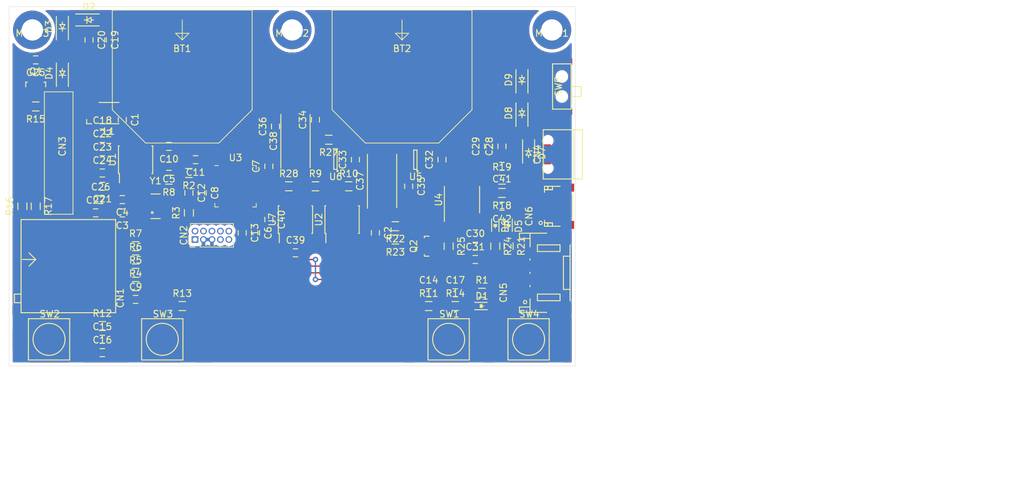
<source format=kicad_pcb>
(kicad_pcb (version 20171130) (host pcbnew 5.1.6-c6e7f7d~86~ubuntu18.04.1)
  (title_block (title snowfox-hw-business-card) (date 2020-05-06) (rev dev_0.1) (company generationmake))
  (layers (0 F.Cu signal) (31 B.Cu signal) (34 B.Paste user) (35 F.Paste user) (36 B.SilkS user) (37 F.SilkS user) (38 B.Mask user) (39 F.Mask user) (44 Edge.Cuts user))
  (net 0 "")
  (net 1 +3V3)
  (net 2 GND)
  (net 3 "Net-(D1-Pad2)")
  (net 4 "Net-(BT1-Pad2)")
  (net 5 "Net-(BT1-Pad1)")
  (net 6 /Microcontroller/XTAL_XI)
  (net 7 /Microcontroller/XTAL_XO)
  (net 8 +1V8)
  (net 9 /Microcontroller/PLL_AVDD)
  (net 10 /Microcontroller/PLL_AVSS)
  (net 11 /Microcontroller/BUTTON_A)
  (net 12 RESET)
  (net 13 /Microcontroller/WAKE)
  (net 14 /Microcontroller/BUTTON_B)
  (net 15 /Display/VGL)
  (net 16 "Net-(C20-Pad1)")
  (net 17 "Net-(C20-Pad2)")
  (net 18 /Display/VGH)
  (net 19 /Display/VDD)
  (net 20 /Display/VPP)
  (net 21 /Display/VSH1)
  (net 22 /Display/VSH2)
  (net 23 /Display/VSL)
  (net 24 /Display/VCOM)
  (net 25 VIN)
  (net 26 VIO)
  (net 27 VCC)
  (net 28 /Power/1V8_EN)
  (net 29 /NFC/ANTENNA)
  (net 30 /Microcontroller/SPI_MISO_R)
  (net 31 /Microcontroller/SPI_CLK_R)
  (net 32 /Microcontroller/SPI_MOSI_R)
  (net 33 /Microcontroller/SPI_CS_SD_R)
  (net 34 /Microcontroller/JTAG_TMS)
  (net 35 /Microcontroller/JTAG_TCK)
  (net 36 /Microcontroller/JTAG_TDO)
  (net 37 /Microcontroller/JTAG_TDI)
  (net 38 /Display/GDR)
  (net 39 /Display/RESE)
  (net 40 /Display/BSI)
  (net 41 DIS_BUSY)
  (net 42 DIS_RESET#)
  (net 43 DIS_D_C#)
  (net 44 SPI_CS_DIS)
  (net 45 SPI_CLK)
  (net 46 SPI_MOSI)
  (net 47 "Net-(D5-Pad2)")
  (net 48 "Net-(D6-Pad2)")
  (net 49 "Net-(D8-Pad2)")
  (net 50 "Net-(D9-Pad2)")
  (net 51 /USB/RTS)
  (net 52 /USB/RTS_R)
  (net 53 /Microcontroller/LED)
  (net 54 /Microcontroller/QSPI_CS)
  (net 55 /Microcontroller/SPI_CS_SD)
  (net 56 SPI_MISO)
  (net 57 I2C_SDA)
  (net 58 I2C_SCL)
  (net 59 /USB/TX_R)
  (net 60 TX)
  (net 61 /USB/RX_R)
  (net 62 RX)
  (net 63 VDD_CORE_EN)
  (net 64 NFC_BUSY)
  (net 65 /Microcontroller/QSPI_IO3)
  (net 66 /Microcontroller/QSPI_SCK)
  (net 67 /Microcontroller/QSPI_IO0)
  (net 68 /Microcontroller/QSPI_IO2)
  (net 69 /Microcontroller/QSPI_IO1)
  (net 70 /USB/USBDP)
  (net 71 /USB/USBDM)
  (net 72 /USB/RX_LED)
  (net 73 /USB/TX_LED)
  (net 74 /USB/USBDM_R)
  (net 75 /USB/USBDP_R)
  (net 76 /Microcontroller/EXT_RX)
  (net 77 /Microcontroller/EXT_TX)
  (module capacitors:C_0603 (layer F.Cu) (at 95 100 270)
    (fp_text reference C1 (at 0 -1.9 90) (layer F.SilkS))
    (fp_text value 100n)
    (pad 2 smd rect (at 0.75 0 270) (size 0.8 0.75) (layers F.Cu F.Paste F.Mask) (net 2 GND))
    (pad 1 smd rect (at -0.75 0 270) (size 0.8 0.75) (layers F.Cu F.Paste F.Mask) (net 1 +3V3))
  )
  (module capacitors:C_0603 (layer F.Cu) (at 133 117 270)
    (fp_text reference C2 (at 0 -1.9 90) (layer F.SilkS))
    (fp_text value 100n)
    (pad 1 smd rect (at -0.75 0 270) (size 0.8 0.75) (layers F.Cu F.Paste F.Mask) (net 1 +3V3))
    (pad 2 smd rect (at 0.75 0 270) (size 0.8 0.75) (layers F.Cu F.Paste F.Mask) (net 2 GND))
  )
  (module capacitors:C_0603 (layer F.Cu) (at 95 114 180)
    (fp_text reference C3 (at 0 -1.9) (layer F.SilkS))
    (fp_text value 15p)
    (pad 1 smd rect (at -0.75 0 180) (size 0.8 0.75) (layers F.Cu F.Paste F.Mask) (net 6 /Microcontroller/XTAL_XI))
    (pad 2 smd rect (at 0.75 0 180) (size 0.8 0.75) (layers F.Cu F.Paste F.Mask) (net 2 GND))
  )
  (module capacitors:C_0603 (layer F.Cu) (at 95 112 180)
    (fp_text reference C4 (at 0 -1.9) (layer F.SilkS))
    (fp_text value 15p)
    (pad 2 smd rect (at 0.75 0 180) (size 0.8 0.75) (layers F.Cu F.Paste F.Mask) (net 2 GND))
    (pad 1 smd rect (at -0.75 0 180) (size 0.8 0.75) (layers F.Cu F.Paste F.Mask) (net 7 /Microcontroller/XTAL_XO))
  )
  (module capacitors:C_0603 (layer F.Cu) (at 102 107 180)
    (fp_text reference C5 (at 0 -1.9) (layer F.SilkS))
    (fp_text value 10u)
    (pad 2 smd rect (at 0.75 0 180) (size 0.8 0.75) (layers F.Cu F.Paste F.Mask) (net 2 GND))
    (pad 1 smd rect (at -0.75 0 180) (size 0.8 0.75) (layers F.Cu F.Paste F.Mask) (net 8 +1V8))
  )
  (module capacitors:C_0603 (layer F.Cu) (at 115 117 270)
    (fp_text reference C6 (at 0 -1.9 90) (layer F.SilkS))
    (fp_text value 10u)
    (pad 2 smd rect (at 0.75 0 270) (size 0.8 0.75) (layers F.Cu F.Paste F.Mask) (net 2 GND))
    (pad 1 smd rect (at -0.75 0 270) (size 0.8 0.75) (layers F.Cu F.Paste F.Mask) (net 1 +3V3))
  )
  (module capacitors:C_0603 (layer F.Cu) (at 117 107 90)
    (fp_text reference C7 (at 0 -1.9 90) (layer F.SilkS))
    (fp_text value 100n)
    (pad 1 smd rect (at -0.75 0 90) (size 0.8 0.75) (layers F.Cu F.Paste F.Mask) (net 8 +1V8))
    (pad 2 smd rect (at 0.75 0 90) (size 0.8 0.75) (layers F.Cu F.Paste F.Mask) (net 2 GND))
  )
  (module capacitors:C_0603 (layer F.Cu) (at 107 111 270)
    (fp_text reference C8 (at 0 -1.9 90) (layer F.SilkS))
    (fp_text value 100n)
    (pad 1 smd rect (at -0.75 0 270) (size 0.8 0.75) (layers F.Cu F.Paste F.Mask) (net 9 /Microcontroller/PLL_AVDD))
    (pad 2 smd rect (at 0.75 0 270) (size 0.8 0.75) (layers F.Cu F.Paste F.Mask) (net 10 /Microcontroller/PLL_AVSS))
  )
  (module capacitors:C_0603 (layer F.Cu) (at 97 127)
    (fp_text reference C9 (at 0 -1.9) (layer F.SilkS))
    (fp_text value 100n)
    (pad 2 smd rect (at 0.75 0) (size 0.8 0.75) (layers F.Cu F.Paste F.Mask) (net 2 GND))
    (pad 1 smd rect (at -0.75 0) (size 0.8 0.75) (layers F.Cu F.Paste F.Mask) (net 1 +3V3))
  )
  (module capacitors:C_0603 (layer F.Cu) (at 102 104 180)
    (fp_text reference C10 (at 0 -1.9) (layer F.SilkS))
    (fp_text value 100n)
    (pad 1 smd rect (at -0.75 0 180) (size 0.8 0.75) (layers F.Cu F.Paste F.Mask) (net 1 +3V3))
    (pad 2 smd rect (at 0.75 0 180) (size 0.8 0.75) (layers F.Cu F.Paste F.Mask) (net 2 GND))
  )
  (module capacitors:C_0603 (layer F.Cu) (at 106 106 180)
    (fp_text reference C11 (at 0 -1.9) (layer F.SilkS))
    (fp_text value 100n)
    (pad 2 smd rect (at 0.75 0 180) (size 0.8 0.75) (layers F.Cu F.Paste F.Mask) (net 2 GND))
    (pad 1 smd rect (at -0.75 0 180) (size 0.8 0.75) (layers F.Cu F.Paste F.Mask) (net 8 +1V8))
  )
  (module capacitors:C_0603 (layer F.Cu) (at 105 111 270)
    (fp_text reference C12 (at 0 -1.9 90) (layer F.SilkS))
    (fp_text value 100n)
    (pad 2 smd rect (at 0.75 0 270) (size 0.8 0.75) (layers F.Cu F.Paste F.Mask) (net 10 /Microcontroller/PLL_AVSS))
    (pad 1 smd rect (at -0.75 0 270) (size 0.8 0.75) (layers F.Cu F.Paste F.Mask) (net 9 /Microcontroller/PLL_AVDD))
  )
  (module capacitors:C_0603 (layer F.Cu) (at 113 117 270)
    (fp_text reference C13 (at 0 -1.9 90) (layer F.SilkS))
    (fp_text value 100n)
    (pad 1 smd rect (at -0.75 0 270) (size 0.8 0.75) (layers F.Cu F.Paste F.Mask) (net 1 +3V3))
    (pad 2 smd rect (at 0.75 0 270) (size 0.8 0.75) (layers F.Cu F.Paste F.Mask) (net 2 GND))
  )
  (module capacitors:C_0603 (layer F.Cu) (at 141 126)
    (fp_text reference C14 (at 0 -1.9) (layer F.SilkS))
    (fp_text value 100n)
    (pad 1 smd rect (at -0.75 0) (size 0.8 0.75) (layers F.Cu F.Paste F.Mask) (net 11 /Microcontroller/BUTTON_A))
    (pad 2 smd rect (at 0.75 0) (size 0.8 0.75) (layers F.Cu F.Paste F.Mask) (net 2 GND))
  )
  (module capacitors:C_0603 (layer F.Cu) (at 92 133)
    (fp_text reference C15 (at 0 -1.9) (layer F.SilkS))
    (fp_text value 100n)
    (pad 1 smd rect (at -0.75 0) (size 0.8 0.75) (layers F.Cu F.Paste F.Mask) (net 12 RESET))
    (pad 2 smd rect (at 0.75 0) (size 0.8 0.75) (layers F.Cu F.Paste F.Mask) (net 2 GND))
  )
  (module capacitors:C_0603 (layer F.Cu) (at 92 135)
    (fp_text reference C16 (at 0 -1.9) (layer F.SilkS))
    (fp_text value 100n)
    (pad 2 smd rect (at 0.75 0) (size 0.8 0.75) (layers F.Cu F.Paste F.Mask) (net 2 GND))
    (pad 1 smd rect (at -0.75 0) (size 0.8 0.75) (layers F.Cu F.Paste F.Mask) (net 13 /Microcontroller/WAKE))
  )
  (module capacitors:C_0603 (layer F.Cu) (at 145 126)
    (fp_text reference C17 (at 0 -1.9) (layer F.SilkS))
    (fp_text value 100n)
    (pad 2 smd rect (at 0.75 0) (size 0.8 0.75) (layers F.Cu F.Paste F.Mask) (net 2 GND))
    (pad 1 smd rect (at -0.75 0) (size 0.8 0.75) (layers F.Cu F.Paste F.Mask) (net 14 /Microcontroller/BUTTON_B))
  )
  (module capacitors:C_0603 (layer F.Cu) (at 92 102)
    (fp_text reference C18 (at 0 -1.9) (layer F.SilkS))
    (fp_text value "1u 50V")
    (pad 2 smd rect (at 0.75 0) (size 0.8 0.75) (layers F.Cu F.Paste F.Mask) (net 2 GND))
    (pad 1 smd rect (at -0.75 0) (size 0.8 0.75) (layers F.Cu F.Paste F.Mask) (net 1 +3V3))
  )
  (module capacitors:C_0603 (layer F.Cu) (at 92 88 270)
    (fp_text reference C19 (at 0 -1.9 90) (layer F.SilkS))
    (fp_text value "1u 50V")
    (pad 1 smd rect (at -0.75 0 270) (size 0.8 0.75) (layers F.Cu F.Paste F.Mask) (net 15 /Display/VGL))
    (pad 2 smd rect (at 0.75 0 270) (size 0.8 0.75) (layers F.Cu F.Paste F.Mask) (net 2 GND))
  )
  (module capacitors:C_0603 (layer F.Cu) (at 90 88 270)
    (fp_text reference C20 (at 0 -1.9 90) (layer F.SilkS))
    (fp_text value "1u 50V")
    (pad 1 smd rect (at -0.75 0 270) (size 0.8 0.75) (layers F.Cu F.Paste F.Mask) (net 16 "Net-(C20-Pad1)"))
    (pad 2 smd rect (at 0.75 0 270) (size 0.8 0.75) (layers F.Cu F.Paste F.Mask) (net 17 "Net-(C20-Pad2)"))
  )
  (module capacitors:C_0603 (layer F.Cu) (at 92 110 180)
    (fp_text reference C21 (at 0 -1.9) (layer F.SilkS))
    (fp_text value "1u 50V")
    (pad 2 smd rect (at 0.75 0 180) (size 0.8 0.75) (layers F.Cu F.Paste F.Mask) (net 18 /Display/VGH))
    (pad 1 smd rect (at -0.75 0 180) (size 0.8 0.75) (layers F.Cu F.Paste F.Mask) (net 2 GND))
  )
  (module capacitors:C_0603 (layer F.Cu) (at 92 104)
    (fp_text reference C22 (at 0 -1.9) (layer F.SilkS))
    (fp_text value "1u 50V")
    (pad 1 smd rect (at -0.75 0) (size 0.8 0.75) (layers F.Cu F.Paste F.Mask) (net 19 /Display/VDD))
    (pad 2 smd rect (at 0.75 0) (size 0.8 0.75) (layers F.Cu F.Paste F.Mask) (net 2 GND))
  )
  (module capacitors:C_0603 (layer F.Cu) (at 92 106)
    (fp_text reference C23 (at 0 -1.9) (layer F.SilkS))
    (fp_text value "1u 50V")
    (pad 1 smd rect (at -0.75 0) (size 0.8 0.75) (layers F.Cu F.Paste F.Mask) (net 20 /Display/VPP))
    (pad 2 smd rect (at 0.75 0) (size 0.8 0.75) (layers F.Cu F.Paste F.Mask) (net 2 GND))
  )
  (module capacitors:C_0603 (layer F.Cu) (at 92 108)
    (fp_text reference C24 (at 0 -1.9) (layer F.SilkS))
    (fp_text value "1u 50V")
    (pad 2 smd rect (at 0.75 0) (size 0.8 0.75) (layers F.Cu F.Paste F.Mask) (net 2 GND))
    (pad 1 smd rect (at -0.75 0) (size 0.8 0.75) (layers F.Cu F.Paste F.Mask) (net 21 /Display/VSH1))
  )
  (module capacitors:C_0603 (layer F.Cu) (at 82 91 180)
    (fp_text reference C25 (at 0 -1.9) (layer F.SilkS))
    (fp_text value "1u 50V")
    (pad 2 smd rect (at 0.75 0 180) (size 0.8 0.75) (layers F.Cu F.Paste F.Mask) (net 2 GND))
    (pad 1 smd rect (at -0.75 0 180) (size 0.8 0.75) (layers F.Cu F.Paste F.Mask) (net 22 /Display/VSH2))
  )
  (module capacitors:C_0603 (layer F.Cu) (at 91.75 112)
    (fp_text reference C26 (at 0 -1.9) (layer F.SilkS))
    (fp_text value "1u 50V")
    (pad 1 smd rect (at -0.75 0) (size 0.8 0.75) (layers F.Cu F.Paste F.Mask) (net 23 /Display/VSL))
    (pad 2 smd rect (at 0.75 0) (size 0.8 0.75) (layers F.Cu F.Paste F.Mask) (net 2 GND))
  )
  (module capacitors:C_0603 (layer F.Cu) (at 91 114)
    (fp_text reference C27 (at 0 -1.9) (layer F.SilkS))
    (fp_text value "470n 50V")
    (pad 2 smd rect (at 0.75 0) (size 0.8 0.75) (layers F.Cu F.Paste F.Mask) (net 2 GND))
    (pad 1 smd rect (at -0.75 0) (size 0.8 0.75) (layers F.Cu F.Paste F.Mask) (net 24 /Display/VCOM))
  )
  (module capacitors:C_0603 (layer F.Cu) (at 152 104 90)
    (fp_text reference C28 (at 0 -1.9 90) (layer F.SilkS))
    (fp_text value 10u)
    (pad 1 smd rect (at -0.75 0 90) (size 0.8 0.75) (layers F.Cu F.Paste F.Mask) (net 25 VIN))
    (pad 2 smd rect (at 0.75 0 90) (size 0.8 0.75) (layers F.Cu F.Paste F.Mask) (net 2 GND))
  )
  (module capacitors:C_0603 (layer F.Cu) (at 150 104 90)
    (fp_text reference C29 (at 0 -1.9 90) (layer F.SilkS))
    (fp_text value 100n)
    (pad 2 smd rect (at 0.75 0 90) (size 0.8 0.75) (layers F.Cu F.Paste F.Mask) (net 2 GND))
    (pad 1 smd rect (at -0.75 0 90) (size 0.8 0.75) (layers F.Cu F.Paste F.Mask) (net 25 VIN))
  )
  (module capacitors:C_0603 (layer F.Cu) (at 148 119)
    (fp_text reference C30 (at 0 -1.9) (layer F.SilkS))
    (fp_text value 10u)
    (pad 2 smd rect (at 0.75 0) (size 0.8 0.75) (layers F.Cu F.Paste F.Mask) (net 2 GND))
    (pad 1 smd rect (at -0.75 0) (size 0.8 0.75) (layers F.Cu F.Paste F.Mask) (net 26 VIO))
  )
  (module capacitors:C_0603 (layer F.Cu) (at 148 121)
    (fp_text reference C31 (at 0 -1.9) (layer F.SilkS))
    (fp_text value 100n)
    (pad 1 smd rect (at -0.75 0) (size 0.8 0.75) (layers F.Cu F.Paste F.Mask) (net 26 VIO))
    (pad 2 smd rect (at 0.75 0) (size 0.8 0.75) (layers F.Cu F.Paste F.Mask) (net 2 GND))
  )
  (module capacitors:C_0603 (layer F.Cu) (at 143 106 90)
    (fp_text reference C32 (at 0 -1.9 90) (layer F.SilkS))
    (fp_text value 1u)
    (pad 1 smd rect (at -0.75 0 90) (size 0.8 0.75) (layers F.Cu F.Paste F.Mask) (net 27 VCC))
    (pad 2 smd rect (at 0.75 0 90) (size 0.8 0.75) (layers F.Cu F.Paste F.Mask) (net 2 GND))
  )
  (module capacitors:C_0603 (layer F.Cu) (at 130 106 90)
    (fp_text reference C33 (at 0 -1.9 90) (layer F.SilkS))
    (fp_text value 1u)
    (pad 1 smd rect (at -0.75 0 90) (size 0.8 0.75) (layers F.Cu F.Paste F.Mask) (net 1 +3V3))
    (pad 2 smd rect (at 0.75 0 90) (size 0.8 0.75) (layers F.Cu F.Paste F.Mask) (net 2 GND))
  )
  (module capacitors:C_0603 (layer F.Cu) (at 124 100 90)
    (fp_text reference C34 (at 0 -1.9 90) (layer F.SilkS))
    (fp_text value 1u)
    (pad 1 smd rect (at -0.75 0 90) (size 0.8 0.75) (layers F.Cu F.Paste F.Mask) (net 28 /Power/1V8_EN))
    (pad 2 smd rect (at 0.75 0 90) (size 0.8 0.75) (layers F.Cu F.Paste F.Mask) (net 2 GND))
  )
  (module capacitors:C_0603 (layer F.Cu) (at 138 110 270)
    (fp_text reference C35 (at 0 -1.9 90) (layer F.SilkS))
    (fp_text value 1u)
    (pad 2 smd rect (at 0.75 0 270) (size 0.8 0.75) (layers F.Cu F.Paste F.Mask) (net 2 GND))
    (pad 1 smd rect (at -0.75 0 270) (size 0.8 0.75) (layers F.Cu F.Paste F.Mask) (net 1 +3V3))
  )
  (module capacitors:C_0603 (layer F.Cu) (at 118 101 90)
    (fp_text reference C36 (at 0 -1.9 90) (layer F.SilkS))
    (fp_text value 1u)
    (pad 2 smd rect (at 0.75 0 90) (size 0.8 0.75) (layers F.Cu F.Paste F.Mask) (net 2 GND))
    (pad 1 smd rect (at -0.75 0 90) (size 0.8 0.75) (layers F.Cu F.Paste F.Mask) (net 8 +1V8))
  )
  (module capacitors:TantalC_SizeD_EIA-7343_Reflow (layer F.Cu) (at 134 109 90)
    (fp_text reference C37 (at -0.20066 -3.29946 90) (layer F.SilkS))
    (fp_text value 100u/6.3V)
    (pad 1 smd rect (at -3.12 0 90) (size 2.37 2.43) (layers F.Cu F.Paste F.Mask) (net 1 +3V3))
    (pad 2 smd rect (at 3.12 0 90) (size 2.37 2.43) (layers F.Cu F.Paste F.Mask) (net 2 GND))
  )
  (module capacitors:TantalC_SizeD_EIA-7343_Reflow (layer F.Cu) (at 121 103 90)
    (fp_text reference C38 (at -0.20066 -3.29946 90) (layer F.SilkS))
    (fp_text value 100u/6.3V)
    (pad 2 smd rect (at 3.12 0 90) (size 2.37 2.43) (layers F.Cu F.Paste F.Mask) (net 2 GND))
    (pad 1 smd rect (at -3.12 0 90) (size 2.37 2.43) (layers F.Cu F.Paste F.Mask) (net 8 +1V8))
  )
  (module capacitors:C_0603 (layer F.Cu) (at 121 120)
    (fp_text reference C39 (at 0 -1.9) (layer F.SilkS))
    (fp_text value DNI)
    (pad 2 smd rect (at 0.75 0) (size 0.8 0.75) (layers F.Cu F.Paste F.Mask) (net 29 /NFC/ANTENNA))
    (pad 1 smd rect (at -0.75 0) (size 0.8 0.75) (layers F.Cu F.Paste F.Mask) (net 29 /NFC/ANTENNA))
  )
  (module capacitors:C_0603 (layer F.Cu) (at 117 115 270)
    (fp_text reference C40 (at 0 -1.9 90) (layer F.SilkS))
    (fp_text value 100nF)
    (pad 1 smd rect (at -0.75 0 270) (size 0.8 0.75) (layers F.Cu F.Paste F.Mask) (net 1 +3V3))
    (pad 2 smd rect (at 0.75 0 270) (size 0.8 0.75) (layers F.Cu F.Paste F.Mask) (net 2 GND))
  )
  (module diodes:SOD-123 (layer F.Cu) (at 90 85)
    (fp_text reference D2 (at 0 -2) (layer F.SilkS))
    (fp_text value MBR0530)
    (pad 2 smd rect (at 1.635 0) (size 0.91 1.22) (layers F.Cu F.Paste F.Mask) (net 15 /Display/VGL))
    (pad 1 smd rect (at -1.635 0) (size 0.91 1.22) (layers F.Cu F.Paste F.Mask) (net 16 "Net-(C20-Pad1)"))
  )
  (module diodes:SOD-123 (layer F.Cu) (at 86 86 90)
    (fp_text reference D3 (at 0 -2 90) (layer F.SilkS))
    (fp_text value MBR0530)
    (pad 2 smd rect (at 1.635 0 90) (size 0.91 1.22) (layers F.Cu F.Paste F.Mask) (net 16 "Net-(C20-Pad1)"))
    (pad 1 smd rect (at -1.635 0 90) (size 0.91 1.22) (layers F.Cu F.Paste F.Mask) (net 2 GND))
  )
  (module diodes:SOD-123 (layer F.Cu) (at 86 93 90)
    (fp_text reference D4 (at 0 -2 90) (layer F.SilkS))
    (fp_text value MBR0530)
    (pad 1 smd rect (at -1.635 0 90) (size 0.91 1.22) (layers F.Cu F.Paste F.Mask) (net 18 /Display/VGH))
    (pad 2 smd rect (at 1.635 0 90) (size 0.91 1.22) (layers F.Cu F.Paste F.Mask) (net 17 "Net-(C20-Pad2)"))
  )
  (module LEDs:LED_0603 (layer F.Cu) (at 153 116 270)
    (fp_text reference D5 (at 0 -1.5 90) (layer F.SilkS))
    (fp_text value green)
    (pad 1 smd rect (at -0.7493 0 90) (size 0.79756 0.79756) (layers F.Cu F.Paste F.Mask) (net 72 /USB/RX_LED))
    (pad 2 smd rect (at 0.7493 0 90) (size 0.79756 0.79756) (layers F.Cu F.Paste F.Mask) (net 47 "Net-(D5-Pad2)"))
  )
  (module LEDs:LED_0603 (layer F.Cu) (at 151 116 270)
    (fp_text reference D6 (at 0 -1.5 90) (layer F.SilkS))
    (fp_text value red)
    (pad 2 smd rect (at 0.7493 0 90) (size 0.79756 0.79756) (layers F.Cu F.Paste F.Mask) (net 48 "Net-(D6-Pad2)"))
    (pad 1 smd rect (at -0.7493 0 90) (size 0.79756 0.79756) (layers F.Cu F.Paste F.Mask) (net 73 /USB/TX_LED))
  )
  (module diodes:SOD-123 (layer F.Cu) (at 156 105 270)
    (fp_text reference D7 (at 0 -2 90) (layer F.SilkS))
    (fp_text value MBR0530)
    (pad 2 smd rect (at 1.635 0 270) (size 0.91 1.22) (layers F.Cu F.Paste F.Mask) (net 25 VIN))
    (pad 1 smd rect (at -1.635 0 270) (size 0.91 1.22) (layers F.Cu F.Paste F.Mask) (net 27 VCC))
  )
  (module diodes:SOD-123 (layer F.Cu) (at 155 99 90)
    (fp_text reference D8 (at 0 -2 90) (layer F.SilkS))
    (fp_text value 1N4148)
    (pad 1 smd rect (at -1.635 0 90) (size 0.91 1.22) (layers F.Cu F.Paste F.Mask) (net 27 VCC))
    (pad 2 smd rect (at 1.635 0 90) (size 0.91 1.22) (layers F.Cu F.Paste F.Mask) (net 49 "Net-(D8-Pad2)"))
  )
  (module diodes:SOD-123 (layer F.Cu) (at 155 94 90)
    (fp_text reference D9 (at 0 -2 90) (layer F.SilkS))
    (fp_text value 1N4148)
    (pad 1 smd rect (at -1.635 0 90) (size 0.91 1.22) (layers F.Cu F.Paste F.Mask) (net 49 "Net-(D8-Pad2)"))
    (pad 2 smd rect (at 1.635 0 90) (size 0.91 1.22) (layers F.Cu F.Paste F.Mask) (net 50 "Net-(D9-Pad2)"))
  )
  (module inductors:Inductor_1212 (layer F.Cu) (at 93 99)
    (fp_text reference L1 (at 0 2.75) (layer F.SilkS))
    (fp_text value INDUCTOR_SMALL)
    (pad 1 smd rect (at -1.75 0) (size 2.5 2.5) (layers F.Cu F.Paste F.Mask) (net 1 +3V3))
    (pad 2 smd rect (at 1.75 0) (size 2.5 2.5) (layers F.Cu F.Paste F.Mask) (net 17 "Net-(C20-Pad2)"))
  )
  (module CON_wuerth:WE_629105136821 (layer F.Cu) (at 158 105.2 90)
    (fp_text reference CN4 (at 0 -0.7 90) (layer F.SilkS))
    (fp_text value USB_OTG)
    (pad 5 smd rect (at 1.3 0.675 90) (size 0.4 1.35) (layers F.Cu F.Paste F.Mask) (net 2 GND))
    (pad 3 smd rect (at 0 0.675 90) (size 0.4 1.35) (layers F.Cu F.Paste F.Mask) (net 70 /USB/USBDP))
    (pad 4 smd rect (at 0.65 0.675 90) (size 0.4 1.35) (layers F.Cu F.Paste F.Mask))
    (pad 2 smd rect (at -0.65 0.675 90) (size 0.4 1.35) (layers F.Cu F.Paste F.Mask) (net 71 /USB/USBDM))
    (pad 1 smd rect (at -1.3 0.675 90) (size 0.4 1.35) (layers F.Cu F.Paste F.Mask) (net 25 VIN))
    (pad 6 smd rect (at -4 3.35 90) (size 1.8 1.9) (layers F.Cu F.Paste F.Mask) (net 2 GND))
    (pad 6 smd rect (at 4 3.35 90) (size 1.8 1.9) (layers F.Cu F.Paste F.Mask) (net 2 GND))
    (pad 6 smd rect (at -1.2 3.35 90) (size 1.9 1.9) (layers F.Cu F.Paste F.Mask) (net 2 GND))
    (pad 6 smd rect (at 1.2 3.35 90) (size 1.9 1.9) (layers F.Cu F.Paste F.Mask) (net 2 GND))
    (pad "" np_thru_hole circle (at 2.075 0.9 90) (size 0.7 0.7) (drill 0.7) (layers *.Cu *.Mask))
    (pad "" np_thru_hole circle (at -2.075 0.9 90) (size 0.7 0.7) (drill 0.7) (layers *.Cu *.Mask))
  )
  (module SOT_TO:SOT-23 (layer F.Cu) (at 82 95)
    (fp_text reference Q1 (at 0 -2.25) (layer F.SilkS))
    (fp_text value SI1304BDL)
    (pad 1 smd rect (at -0.95 1.00076) (size 0.8001 0.8001) (layers F.Cu F.Paste F.Mask) (net 38 /Display/GDR))
    (pad 2 smd rect (at 0.95 1.00076) (size 0.8001 0.8001) (layers F.Cu F.Paste F.Mask) (net 39 /Display/RESE))
    (pad 3 smd rect (at 0 -0.99822) (size 0.8001 0.8001) (layers F.Cu F.Paste F.Mask) (net 17 "Net-(C20-Pad2)"))
  )
  (module SOT_TO:SOT-23 (layer F.Cu) (at 141 119 90)
    (fp_text reference Q2 (at 0 -2.25 90) (layer F.SilkS))
    (fp_text value BC847)
    (pad 1 smd rect (at -0.95 1.00076 90) (size 0.8001 0.8001) (layers F.Cu F.Paste F.Mask) (net 52 /USB/RTS_R))
    (pad 2 smd rect (at 0.95 1.00076 90) (size 0.8001 0.8001) (layers F.Cu F.Paste F.Mask) (net 2 GND))
    (pad 3 smd rect (at 0 -0.99822 90) (size 0.8001 0.8001) (layers F.Cu F.Paste F.Mask) (net 12 RESET))
  )
  (module resistors:R_0603 (layer F.Cu) (at 105 108 180)
    (fp_text reference R2 (at 0 -1.9) (layer F.SilkS))
    (fp_text value 100k)
    (pad 2 smd rect (at 0.75 0 180) (size 0.5 0.9) (layers F.Cu F.Paste F.Mask) (net 1 +3V3))
    (pad 1 smd rect (at -0.75 0 180) (size 0.5 0.9) (layers F.Cu F.Paste F.Mask) (net 54 /Microcontroller/QSPI_CS))
  )
  (module resistors:R_0603 (layer F.Cu) (at 105 114 90)
    (fp_text reference R3 (at 0 -1.9 90) (layer F.SilkS))
    (fp_text value 1M)
    (pad 2 smd rect (at 0.75 0 90) (size 0.5 0.9) (layers F.Cu F.Paste F.Mask) (net 7 /Microcontroller/XTAL_XO))
    (pad 1 smd rect (at -0.75 0 90) (size 0.5 0.9) (layers F.Cu F.Paste F.Mask) (net 6 /Microcontroller/XTAL_XI))
  )
  (module resistors:R_0603 (layer F.Cu) (at 97 125)
    (fp_text reference R4 (at 0 -1.9) (layer F.SilkS))
    (fp_text value 100R)
    (pad 2 smd rect (at 0.75 0) (size 0.5 0.9) (layers F.Cu F.Paste F.Mask) (net 55 /Microcontroller/SPI_CS_SD))
    (pad 1 smd rect (at -0.75 0) (size 0.5 0.9) (layers F.Cu F.Paste F.Mask) (net 33 /Microcontroller/SPI_CS_SD_R))
  )
  (module resistors:R_0603 (layer F.Cu) (at 97 123)
    (fp_text reference R5 (at 0 -1.9) (layer F.SilkS))
    (fp_text value 100R)
    (pad 1 smd rect (at -0.75 0) (size 0.5 0.9) (layers F.Cu F.Paste F.Mask) (net 32 /Microcontroller/SPI_MOSI_R))
    (pad 2 smd rect (at 0.75 0) (size 0.5 0.9) (layers F.Cu F.Paste F.Mask) (net 46 SPI_MOSI))
  )
  (module resistors:R_0603 (layer F.Cu) (at 97 121)
    (fp_text reference R6 (at 0 -1.9) (layer F.SilkS))
    (fp_text value 100R)
    (pad 1 smd rect (at -0.75 0) (size 0.5 0.9) (layers F.Cu F.Paste F.Mask) (net 31 /Microcontroller/SPI_CLK_R))
    (pad 2 smd rect (at 0.75 0) (size 0.5 0.9) (layers F.Cu F.Paste F.Mask) (net 45 SPI_CLK))
  )
  (module resistors:R_0603 (layer F.Cu) (at 97 119)
    (fp_text reference R7 (at 0 -1.9) (layer F.SilkS))
    (fp_text value 100R)
    (pad 2 smd rect (at 0.75 0) (size 0.5 0.9) (layers F.Cu F.Paste F.Mask) (net 56 SPI_MISO))
    (pad 1 smd rect (at -0.75 0) (size 0.5 0.9) (layers F.Cu F.Paste F.Mask) (net 30 /Microcontroller/SPI_MISO_R))
  )
  (module resistors:R_0603 (layer F.Cu) (at 102 109 180)
    (fp_text reference R8 (at 0 -1.9) (layer F.SilkS))
    (fp_text value 100)
    (pad 2 smd rect (at 0.75 0 180) (size 0.5 0.9) (layers F.Cu F.Paste F.Mask) (net 8 +1V8))
    (pad 1 smd rect (at -0.75 0 180) (size 0.5 0.9) (layers F.Cu F.Paste F.Mask) (net 9 /Microcontroller/PLL_AVDD))
  )
  (module resistors:R_0603 (layer F.Cu) (at 124 110)
    (fp_text reference R9 (at 0 -1.9) (layer F.SilkS))
    (fp_text value 10k)
    (pad 1 smd rect (at -0.75 0) (size 0.5 0.9) (layers F.Cu F.Paste F.Mask) (net 57 I2C_SDA))
    (pad 2 smd rect (at 0.75 0) (size 0.5 0.9) (layers F.Cu F.Paste F.Mask) (net 1 +3V3))
  )
  (module resistors:R_0603 (layer F.Cu) (at 129 110)
    (fp_text reference R10 (at 0 -1.9) (layer F.SilkS))
    (fp_text value 10k)
    (pad 2 smd rect (at 0.75 0) (size 0.5 0.9) (layers F.Cu F.Paste F.Mask) (net 1 +3V3))
    (pad 1 smd rect (at -0.75 0) (size 0.5 0.9) (layers F.Cu F.Paste F.Mask) (net 58 I2C_SCL))
  )
  (module resistors:R_0603 (layer F.Cu) (at 141 128)
    (fp_text reference R11 (at 0 -1.9) (layer F.SilkS))
    (fp_text value 10k)
    (pad 2 smd rect (at 0.75 0) (size 0.5 0.9) (layers F.Cu F.Paste F.Mask) (net 1 +3V3))
    (pad 1 smd rect (at -0.75 0) (size 0.5 0.9) (layers F.Cu F.Paste F.Mask) (net 11 /Microcontroller/BUTTON_A))
  )
  (module resistors:R_0603 (layer F.Cu) (at 92 131)
    (fp_text reference R12 (at 0 -1.9) (layer F.SilkS))
    (fp_text value 10k)
    (pad 2 smd rect (at 0.75 0) (size 0.5 0.9) (layers F.Cu F.Paste F.Mask) (net 1 +3V3))
    (pad 1 smd rect (at -0.75 0) (size 0.5 0.9) (layers F.Cu F.Paste F.Mask) (net 12 RESET))
  )
  (module resistors:R_0603 (layer F.Cu) (at 104 128)
    (fp_text reference R13 (at 0 -1.9) (layer F.SilkS))
    (fp_text value 10k)
    (pad 2 smd rect (at 0.75 0) (size 0.5 0.9) (layers F.Cu F.Paste F.Mask) (net 1 +3V3))
    (pad 1 smd rect (at -0.75 0) (size 0.5 0.9) (layers F.Cu F.Paste F.Mask) (net 13 /Microcontroller/WAKE))
  )
  (module resistors:R_0603 (layer F.Cu) (at 145 128)
    (fp_text reference R14 (at 0 -1.9) (layer F.SilkS))
    (fp_text value 10k)
    (pad 2 smd rect (at 0.75 0) (size 0.5 0.9) (layers F.Cu F.Paste F.Mask) (net 1 +3V3))
    (pad 1 smd rect (at -0.75 0) (size 0.5 0.9) (layers F.Cu F.Paste F.Mask) (net 14 /Microcontroller/BUTTON_B))
  )
  (module resistors:R_0603 (layer F.Cu) (at 82 98 180)
    (fp_text reference R15 (at 0 -1.9) (layer F.SilkS))
    (fp_text value 2R2)
    (pad 2 smd rect (at 0.75 0 180) (size 0.5 0.9) (layers F.Cu F.Paste F.Mask) (net 2 GND))
    (pad 1 smd rect (at -0.75 0 180) (size 0.5 0.9) (layers F.Cu F.Paste F.Mask) (net 39 /Display/RESE))
  )
  (module resistors:R_0603 (layer F.Cu) (at 80 113 90)
    (fp_text reference R16 (at 0 -1.9 90) (layer F.SilkS))
    (fp_text value DNI)
    (pad 2 smd rect (at 0.75 0 90) (size 0.5 0.9) (layers F.Cu F.Paste F.Mask) (net 40 /Display/BSI))
    (pad 1 smd rect (at -0.75 0 90) (size 0.5 0.9) (layers F.Cu F.Paste F.Mask) (net 1 +3V3))
  )
  (module resistors:R_0603 (layer F.Cu) (at 82 113 270)
    (fp_text reference R17 (at 0 -1.9 90) (layer F.SilkS))
    (fp_text value 0R)
    (pad 2 smd rect (at 0.75 0 270) (size 0.5 0.9) (layers F.Cu F.Paste F.Mask) (net 2 GND))
    (pad 1 smd rect (at -0.75 0 270) (size 0.5 0.9) (layers F.Cu F.Paste F.Mask) (net 40 /Display/BSI))
  )
  (module resistors:R_0603 (layer F.Cu) (at 152 111 180)
    (fp_text reference R18 (at 0 -1.9) (layer F.SilkS))
    (fp_text value 27R)
    (pad 1 smd rect (at -0.75 0 180) (size 0.5 0.9) (layers F.Cu F.Paste F.Mask) (net 71 /USB/USBDM))
    (pad 2 smd rect (at 0.75 0 180) (size 0.5 0.9) (layers F.Cu F.Paste F.Mask) (net 74 /USB/USBDM_R))
  )
  (module resistors:R_0603 (layer F.Cu) (at 152 109)
    (fp_text reference R19 (at 0 -1.9) (layer F.SilkS))
    (fp_text value 27R)
    (pad 1 smd rect (at -0.75 0) (size 0.5 0.9) (layers F.Cu F.Paste F.Mask) (net 75 /USB/USBDP_R))
    (pad 2 smd rect (at 0.75 0) (size 0.5 0.9) (layers F.Cu F.Paste F.Mask) (net 70 /USB/USBDP))
  )
  (module resistors:R_0603 (layer F.Cu) (at 153 119 270)
    (fp_text reference R21 (at 0 -1.9 90) (layer F.SilkS))
    (fp_text value 1k)
    (pad 1 smd rect (at -0.75 0 270) (size 0.5 0.9) (layers F.Cu F.Paste F.Mask) (net 47 "Net-(D5-Pad2)"))
    (pad 2 smd rect (at 0.75 0 270) (size 0.5 0.9) (layers F.Cu F.Paste F.Mask) (net 26 VIO))
  )
  (module resistors:R_0603 (layer F.Cu) (at 136 116 180)
    (fp_text reference R22 (at 0 -1.9) (layer F.SilkS))
    (fp_text value 100R)
    (pad 1 smd rect (at -0.75 0 180) (size 0.5 0.9) (layers F.Cu F.Paste F.Mask) (net 59 /USB/TX_R))
    (pad 2 smd rect (at 0.75 0 180) (size 0.5 0.9) (layers F.Cu F.Paste F.Mask) (net 60 TX))
  )
  (module resistors:R_0603 (layer F.Cu) (at 136 118 180)
    (fp_text reference R23 (at 0 -1.9) (layer F.SilkS))
    (fp_text value 100R)
    (pad 1 smd rect (at -0.75 0 180) (size 0.5 0.9) (layers F.Cu F.Paste F.Mask) (net 61 /USB/RX_R))
    (pad 2 smd rect (at 0.75 0 180) (size 0.5 0.9) (layers F.Cu F.Paste F.Mask) (net 62 RX))
  )
  (module resistors:R_0603 (layer F.Cu) (at 151 119 270)
    (fp_text reference R24 (at 0 -1.9 90) (layer F.SilkS))
    (fp_text value 1k)
    (pad 1 smd rect (at -0.75 0 270) (size 0.5 0.9) (layers F.Cu F.Paste F.Mask) (net 48 "Net-(D6-Pad2)"))
    (pad 2 smd rect (at 0.75 0 270) (size 0.5 0.9) (layers F.Cu F.Paste F.Mask) (net 26 VIO))
  )
  (module resistors:R_0603 (layer F.Cu) (at 144 119 270)
    (fp_text reference R25 (at 0 -1.9 90) (layer F.SilkS))
    (fp_text value 10k)
    (pad 1 smd rect (at -0.75 0 270) (size 0.5 0.9) (layers F.Cu F.Paste F.Mask) (net 51 /USB/RTS))
    (pad 2 smd rect (at 0.75 0 270) (size 0.5 0.9) (layers F.Cu F.Paste F.Mask) (net 52 /USB/RTS_R))
  )
  (module resistors:R_0603 (layer F.Cu) (at 126 103 180)
    (fp_text reference R27 (at 0 -1.9) (layer F.SilkS))
    (fp_text value 150k)
    (pad 1 smd rect (at -0.75 0 180) (size 0.5 0.9) (layers F.Cu F.Paste F.Mask) (net 28 /Power/1V8_EN))
    (pad 2 smd rect (at 0.75 0 180) (size 0.5 0.9) (layers F.Cu F.Paste F.Mask) (net 63 VDD_CORE_EN))
  )
  (module resistors:R_0603 (layer F.Cu) (at 120 110)
    (fp_text reference R28 (at 0 -1.9) (layer F.SilkS))
    (fp_text value 10k)
    (pad 1 smd rect (at -0.75 0) (size 0.5 0.9) (layers F.Cu F.Paste F.Mask) (net 1 +3V3))
    (pad 2 smd rect (at 0.75 0) (size 0.5 0.9) (layers F.Cu F.Paste F.Mask) (net 64 NFC_BUSY))
  )
  (module mechanical-switches:WE_430182050816 (layer F.Cu) (at 144 133)
    (fp_text reference SW1 (at 0.1 -3.8) (layer F.SilkS))
    (fp_text value TAST_VER)
    (pad 4 smd rect (at 4 2.25) (size 1.55 1.3) (layers F.Cu F.Paste F.Mask) (net 2 GND))
    (pad 3 smd rect (at 4 -2.25) (size 1.55 1.3) (layers F.Cu F.Paste F.Mask) (net 11 /Microcontroller/BUTTON_A))
    (pad 2 smd rect (at -4 2.25) (size 1.55 1.3) (layers F.Cu F.Paste F.Mask) (net 2 GND))
    (pad 1 smd rect (at -4 -2.25) (size 1.55 1.3) (layers F.Cu F.Paste F.Mask) (net 11 /Microcontroller/BUTTON_A))
  )
  (module mechanical-switches:WE_430182050816 (layer F.Cu) (at 84 133)
    (fp_text reference SW2 (at 0.1 -3.8) (layer F.SilkS))
    (fp_text value TAST_VER)
    (pad 1 smd rect (at -4 -2.25) (size 1.55 1.3) (layers F.Cu F.Paste F.Mask) (net 12 RESET))
    (pad 2 smd rect (at -4 2.25) (size 1.55 1.3) (layers F.Cu F.Paste F.Mask) (net 2 GND))
    (pad 3 smd rect (at 4 -2.25) (size 1.55 1.3) (layers F.Cu F.Paste F.Mask) (net 12 RESET))
    (pad 4 smd rect (at 4 2.25) (size 1.55 1.3) (layers F.Cu F.Paste F.Mask) (net 2 GND))
  )
  (module mechanical-switches:WE_430182050816 (layer F.Cu) (at 101 133)
    (fp_text reference SW3 (at 0.1 -3.8) (layer F.SilkS))
    (fp_text value TAST_VER)
    (pad 4 smd rect (at 4 2.25) (size 1.55 1.3) (layers F.Cu F.Paste F.Mask) (net 2 GND))
    (pad 3 smd rect (at 4 -2.25) (size 1.55 1.3) (layers F.Cu F.Paste F.Mask) (net 13 /Microcontroller/WAKE))
    (pad 2 smd rect (at -4 2.25) (size 1.55 1.3) (layers F.Cu F.Paste F.Mask) (net 2 GND))
    (pad 1 smd rect (at -4 -2.25) (size 1.55 1.3) (layers F.Cu F.Paste F.Mask) (net 13 /Microcontroller/WAKE))
  )
  (module mechanical-switches:WE_430182050816 (layer F.Cu) (at 156 133)
    (fp_text reference SW4 (at 0.1 -3.8) (layer F.SilkS))
    (fp_text value TAST_VER)
    (pad 1 smd rect (at -4 -2.25) (size 1.55 1.3) (layers F.Cu F.Paste F.Mask) (net 14 /Microcontroller/BUTTON_B))
    (pad 2 smd rect (at -4 2.25) (size 1.55 1.3) (layers F.Cu F.Paste F.Mask) (net 2 GND))
    (pad 3 smd rect (at 4 -2.25) (size 1.55 1.3) (layers F.Cu F.Paste F.Mask) (net 14 /Microcontroller/BUTTON_B))
    (pad 4 smd rect (at 4 2.25) (size 1.55 1.3) (layers F.Cu F.Paste F.Mask) (net 2 GND))
  )
  (module mechanical-switches:WE_450404015514 (layer F.Cu) (at 161 95 270)
    (fp_text reference SW5 (at 0 0.5 90) (layer F.SilkS))
    (fp_text value SWITCH_INV)
    (pad 3 smd rect (at -2.25 2.05 270) (size 0.7 1.1) (layers F.Cu F.Paste F.Mask))
    (pad 2 smd rect (at -0.75 2.05 270) (size 0.7 1.1) (layers F.Cu F.Paste F.Mask) (net 50 "Net-(D9-Pad2)"))
    (pad 1 smd rect (at 2.25 2.05 270) (size 0.7 1.1) (layers F.Cu F.Paste F.Mask) (net 5 "Net-(BT1-Pad1)"))
    (pad 0 smd rect (at -3.75 -1.15 270) (size 1 0.8) (layers F.Cu F.Paste F.Mask))
    (pad 0 smd rect (at 3.75 -1.15 270) (size 1 0.8) (layers F.Cu F.Paste F.Mask))
    (pad 0 smd rect (at -3.75 1.15 270) (size 1 0.8) (layers F.Cu F.Paste F.Mask))
    (pad 0 smd rect (at 3.75 1.15 270) (size 1 0.8) (layers F.Cu F.Paste F.Mask))
    (pad "" np_thru_hole circle (at 1.5 0 270) (size 0.9 0.9) (drill 0.9) (layers *.Cu *.Mask))
    (pad "" np_thru_hole circle (at -1.5 0 270) (size 0.9 0.9) (drill 0.9) (layers *.Cu *.Mask))
  )
  (module SOIC:SOIC-8_3.9x4.9mm_Pitch1.27mm (layer F.Cu) (at 97 106 90)
    (fp_text reference U1 (at 0 -3.4925 270) (layer F.SilkS))
    (fp_text value W25Q80D)
    (pad 8 smd rect (at 2.6955 -1.9085 90) (size 1.55 0.6) (layers F.Cu F.Paste F.Mask) (net 1 +3V3))
    (pad 7 smd rect (at 2.6955 -0.6385 90) (size 1.55 0.6) (layers F.Cu F.Paste F.Mask) (net 65 /Microcontroller/QSPI_IO3))
    (pad 6 smd rect (at 2.6955 0.6315 90) (size 1.55 0.6) (layers F.Cu F.Paste F.Mask) (net 66 /Microcontroller/QSPI_SCK))
    (pad 5 smd rect (at 2.6955 1.9015 90) (size 1.55 0.6) (layers F.Cu F.Paste F.Mask) (net 67 /Microcontroller/QSPI_IO0))
    (pad 4 smd rect (at -2.7045 1.9015 90) (size 1.55 0.6) (layers F.Cu F.Paste F.Mask) (net 2 GND))
    (pad 3 smd rect (at -2.7045 0.6315 90) (size 1.55 0.6) (layers F.Cu F.Paste F.Mask) (net 68 /Microcontroller/QSPI_IO2))
    (pad 2 smd rect (at -2.7045 -0.6385 90) (size 1.55 0.6) (layers F.Cu F.Paste F.Mask) (net 69 /Microcontroller/QSPI_IO1))
    (pad 1 smd rect (at -2.7045 -1.9085 90) (size 1.55 0.6) (layers F.Cu F.Paste F.Mask) (net 54 /Microcontroller/QSPI_CS))
  )
  (module SOIC:SOIC-8_3.9x4.9mm_Pitch1.27mm (layer F.Cu) (at 128 115 90)
    (fp_text reference U2 (at 0 -3.4925 270) (layer F.SilkS))
    (fp_text value ATECC608A)
    (pad 1 smd rect (at -2.7045 -1.9085 90) (size 1.55 0.6) (layers F.Cu F.Paste F.Mask))
    (pad 2 smd rect (at -2.7045 -0.6385 90) (size 1.55 0.6) (layers F.Cu F.Paste F.Mask))
    (pad 3 smd rect (at -2.7045 0.6315 90) (size 1.55 0.6) (layers F.Cu F.Paste F.Mask))
    (pad 4 smd rect (at -2.7045 1.9015 90) (size 1.55 0.6) (layers F.Cu F.Paste F.Mask) (net 2 GND))
    (pad 5 smd rect (at 2.6955 1.9015 90) (size 1.55 0.6) (layers F.Cu F.Paste F.Mask) (net 57 I2C_SDA))
    (pad 6 smd rect (at 2.6955 0.6315 90) (size 1.55 0.6) (layers F.Cu F.Paste F.Mask) (net 58 I2C_SCL))
    (pad 7 smd rect (at 2.6955 -0.6385 90) (size 1.55 0.6) (layers F.Cu F.Paste F.Mask))
    (pad 8 smd rect (at 2.6955 -1.9085 90) (size 1.55 0.6) (layers F.Cu F.Paste F.Mask) (net 1 +3V3))
  )
  (module QFN:QFN-48-1EP_6x6mm_P0.4mm_EP4.3x4.3mm (layer F.Cu) (at 112 110)
    (fp_text reference U3 (at 0 -4.3) (layer F.SilkS))
    (fp_text value FE310-G002)
    (pad 1 smd roundrect (at -2.95 -2.2) (size 0.8 0.2) (layers F.Cu F.Paste F.Mask) (net 65 /Microcontroller/QSPI_IO3))
    (pad 2 smd roundrect (at -2.95 -1.8) (size 0.8 0.2) (layers F.Cu F.Paste F.Mask) (net 68 /Microcontroller/QSPI_IO2))
    (pad 3 smd roundrect (at -2.95 -1.4) (size 0.8 0.2) (layers F.Cu F.Paste F.Mask) (net 69 /Microcontroller/QSPI_IO1))
    (pad 4 smd roundrect (at -2.95 -1) (size 0.8 0.2) (layers F.Cu F.Paste F.Mask) (net 67 /Microcontroller/QSPI_IO0))
    (pad 5 smd roundrect (at -2.95 -0.6) (size 0.8 0.2) (layers F.Cu F.Paste F.Mask) (net 54 /Microcontroller/QSPI_CS))
    (pad 6 smd roundrect (at -2.95 -0.2) (size 0.8 0.2) (layers F.Cu F.Paste F.Mask) (net 8 +1V8))
    (pad 7 smd roundrect (at -2.95 0.2) (size 0.8 0.2) (layers F.Cu F.Paste F.Mask) (net 9 /Microcontroller/PLL_AVDD))
    (pad 8 smd roundrect (at -2.95 0.6) (size 0.8 0.2) (layers F.Cu F.Paste F.Mask) (net 10 /Microcontroller/PLL_AVSS))
    (pad 9 smd roundrect (at -2.95 1) (size 0.8 0.2) (layers F.Cu F.Paste F.Mask) (net 6 /Microcontroller/XTAL_XI))
    (pad 10 smd roundrect (at -2.95 1.4) (size 0.8 0.2) (layers F.Cu F.Paste F.Mask) (net 7 /Microcontroller/XTAL_XO))
    (pad 11 smd roundrect (at -2.95 1.8) (size 0.8 0.2) (layers F.Cu F.Paste F.Mask) (net 1 +3V3))
    (pad 12 smd roundrect (at -2.95 2.2) (size 0.8 0.2) (layers F.Cu F.Paste F.Mask) (net 1 +3V3))
    (pad 13 smd roundrect (at -2.2 2.95) (size 0.2 0.8) (layers F.Cu F.Paste F.Mask) (net 35 /Microcontroller/JTAG_TCK))
    (pad 14 smd roundrect (at -1.8 2.95) (size 0.2 0.8) (layers F.Cu F.Paste F.Mask) (net 36 /Microcontroller/JTAG_TDO))
    (pad 15 smd roundrect (at -1.4 2.95) (size 0.2 0.8) (layers F.Cu F.Paste F.Mask) (net 34 /Microcontroller/JTAG_TMS))
    (pad 16 smd roundrect (at -1 2.95) (size 0.2 0.8) (layers F.Cu F.Paste F.Mask) (net 37 /Microcontroller/JTAG_TDI))
    (pad 17 smd roundrect (at -0.6 2.95) (size 0.2 0.8) (layers F.Cu F.Paste F.Mask))
    (pad 18 smd roundrect (at -0.2 2.95) (size 0.2 0.8) (layers F.Cu F.Paste F.Mask) (net 13 /Microcontroller/WAKE))
    (pad 19 smd roundrect (at 0.2 2.95) (size 0.2 0.8) (layers F.Cu F.Paste F.Mask) (net 1 +3V3))
    (pad 20 smd roundrect (at 0.6 2.95) (size 0.2 0.8) (layers F.Cu F.Paste F.Mask))
    (pad 21 smd roundrect (at 1 2.95) (size 0.2 0.8) (layers F.Cu F.Paste F.Mask) (net 2 GND))
    (pad 22 smd roundrect (at 1.4 2.95) (size 0.2 0.8) (layers F.Cu F.Paste F.Mask) (net 63 VDD_CORE_EN))
    (pad 23 smd roundrect (at 1.8 2.95) (size 0.2 0.8) (layers F.Cu F.Paste F.Mask) (net 1 +3V3))
    (pad 24 smd roundrect (at 2.2 2.95) (size 0.2 0.8) (layers F.Cu F.Paste F.Mask) (net 12 RESET))
    (pad 25 smd roundrect (at 2.95 2.2) (size 0.8 0.2) (layers F.Cu F.Paste F.Mask) (net 53 /Microcontroller/LED))
    (pad 26 smd roundrect (at 2.95 1.8) (size 0.8 0.2) (layers F.Cu F.Paste F.Mask))
    (pad 27 smd roundrect (at 2.95 1.4) (size 0.8 0.2) (layers F.Cu F.Paste F.Mask) (net 55 /Microcontroller/SPI_CS_SD))
    (pad 28 smd roundrect (at 2.95 1) (size 0.8 0.2) (layers F.Cu F.Paste F.Mask) (net 46 SPI_MOSI))
    (pad 29 smd roundrect (at 2.95 0.6) (size 0.8 0.2) (layers F.Cu F.Paste F.Mask) (net 56 SPI_MISO))
    (pad 30 smd roundrect (at 2.95 0.2) (size 0.8 0.2) (layers F.Cu F.Paste F.Mask) (net 8 +1V8))
    (pad 31 smd roundrect (at 2.95 -0.2) (size 0.8 0.2) (layers F.Cu F.Paste F.Mask) (net 45 SPI_CLK))
    (pad 32 smd roundrect (at 2.95 -0.6) (size 0.8 0.2) (layers F.Cu F.Paste F.Mask) (net 1 +3V3))
    (pad 33 smd roundrect (at 2.95 -1) (size 0.8 0.2) (layers F.Cu F.Paste F.Mask) (net 44 SPI_CS_DIS))
    (pad 34 smd roundrect (at 2.95 -1.4) (size 0.8 0.2) (layers F.Cu F.Paste F.Mask) (net 42 DIS_RESET#))
    (pad 35 smd roundrect (at 2.95 -1.8) (size 0.8 0.2) (layers F.Cu F.Paste F.Mask) (net 43 DIS_D_C#))
    (pad 36 smd roundrect (at 2.95 -2.2) (size 0.8 0.2) (layers F.Cu F.Paste F.Mask) (net 57 I2C_SDA))
    (pad 37 smd roundrect (at 2.2 -2.95) (size 0.2 0.8) (layers F.Cu F.Paste F.Mask) (net 58 I2C_SCL))
    (pad 38 smd roundrect (at 1.8 -2.95) (size 0.2 0.8) (layers F.Cu F.Paste F.Mask) (net 62 RX))
    (pad 39 smd roundrect (at 1.4 -2.95) (size 0.2 0.8) (layers F.Cu F.Paste F.Mask) (net 60 TX))
    (pad 40 smd roundrect (at 1 -2.95) (size 0.2 0.8) (layers F.Cu F.Paste F.Mask) (net 77 /Microcontroller/EXT_TX))
    (pad 41 smd roundrect (at 0.6 -2.95) (size 0.2 0.8) (layers F.Cu F.Paste F.Mask) (net 41 DIS_BUSY))
    (pad 42 smd roundrect (at 0.2 -2.95) (size 0.2 0.8) (layers F.Cu F.Paste F.Mask) (net 64 NFC_BUSY))
    (pad 43 smd roundrect (at -0.2 -2.95) (size 0.2 0.8) (layers F.Cu F.Paste F.Mask) (net 11 /Microcontroller/BUTTON_A))
    (pad 44 smd roundrect (at -0.6 -2.95) (size 0.2 0.8) (layers F.Cu F.Paste F.Mask) (net 14 /Microcontroller/BUTTON_B))
    (pad 45 smd roundrect (at -1 -2.95) (size 0.2 0.8) (layers F.Cu F.Paste F.Mask) (net 76 /Microcontroller/EXT_RX))
    (pad 46 smd roundrect (at -1.4 -2.95) (size 0.2 0.8) (layers F.Cu F.Paste F.Mask) (net 8 +1V8))
    (pad 47 smd roundrect (at -1.8 -2.95) (size 0.2 0.8) (layers F.Cu F.Paste F.Mask) (net 1 +3V3))
    (pad 48 smd roundrect (at -2.2 -2.95) (size 0.2 0.8) (layers F.Cu F.Paste F.Mask) (net 66 /Microcontroller/QSPI_SCK))
    (pad 49 smd rect (at 0 0) (size 4.3 4.3) (layers F.Cu F.Mask) (net 2 GND))
  )
  (module SOT_TO:SOT-23-5 (layer F.Cu) (at 139 106 180)
    (fp_text reference U5 (at -0.05 -2.55) (layer F.SilkS))
    (fp_text value TPS736XX)
    (pad 5 smd rect (at 1.1 -0.95 180) (size 1.06 0.65) (layers F.Cu F.Paste F.Mask) (net 1 +3V3))
    (pad 4 smd rect (at 1.1 0.95 180) (size 1.06 0.65) (layers F.Cu F.Paste F.Mask))
    (pad 3 smd rect (at -1.1 0.95 180) (size 1.06 0.65) (layers F.Cu F.Paste F.Mask) (net 27 VCC))
    (pad 2 smd rect (at -1.1 0 180) (size 1.06 0.65) (layers F.Cu F.Paste F.Mask) (net 2 GND))
    (pad 1 smd rect (at -1.1 -0.95 180) (size 1.06 0.65) (layers F.Cu F.Paste F.Mask) (net 27 VCC))
  )
  (module SOT_TO:SOT-23-5 (layer F.Cu) (at 127 106 180)
    (fp_text reference U6 (at -0.05 -2.55) (layer F.SilkS))
    (fp_text value TPS736XX)
    (pad 1 smd rect (at -1.1 -0.95 180) (size 1.06 0.65) (layers F.Cu F.Paste F.Mask) (net 1 +3V3))
    (pad 2 smd rect (at -1.1 0 180) (size 1.06 0.65) (layers F.Cu F.Paste F.Mask) (net 2 GND))
    (pad 3 smd rect (at -1.1 0.95 180) (size 1.06 0.65) (layers F.Cu F.Paste F.Mask) (net 28 /Power/1V8_EN))
    (pad 4 smd rect (at 1.1 0.95 180) (size 1.06 0.65) (layers F.Cu F.Paste F.Mask))
    (pad 5 smd rect (at 1.1 -0.95 180) (size 1.06 0.65) (layers F.Cu F.Paste F.Mask) (net 8 +1V8))
  )
  (module SOIC:SOIC-8_3.9x4.9mm_Pitch1.27mm (layer F.Cu) (at 121 115 90)
    (fp_text reference U7 (at 0 -3.4925 270) (layer F.SilkS))
    (fp_text value M24LR)
    (pad 1 smd rect (at -2.7045 -1.9085 90) (size 1.55 0.6) (layers F.Cu F.Paste F.Mask))
    (pad 2 smd rect (at -2.7045 -0.6385 90) (size 1.55 0.6) (layers F.Cu F.Paste F.Mask) (net 29 /NFC/ANTENNA))
    (pad 3 smd rect (at -2.7045 0.6315 90) (size 1.55 0.6) (layers F.Cu F.Paste F.Mask) (net 29 /NFC/ANTENNA))
    (pad 4 smd rect (at -2.7045 1.9015 90) (size 1.55 0.6) (layers F.Cu F.Paste F.Mask) (net 2 GND))
    (pad 5 smd rect (at 2.6955 1.9015 90) (size 1.55 0.6) (layers F.Cu F.Paste F.Mask) (net 57 I2C_SDA))
    (pad 6 smd rect (at 2.6955 0.6315 90) (size 1.55 0.6) (layers F.Cu F.Paste F.Mask) (net 58 I2C_SCL))
    (pad 7 smd rect (at 2.6955 -0.6385 90) (size 1.55 0.6) (layers F.Cu F.Paste F.Mask) (net 64 NFC_BUSY))
    (pad 8 smd rect (at 2.6955 -1.9085 90) (size 1.55 0.6) (layers F.Cu F.Paste F.Mask) (net 1 +3V3))
  )
  (module crystals:Crystal_SMD_0603_4Pads (layer F.Cu) (at 100 113)
    (fp_text reference Y1 (at 0 -3.81) (layer F.SilkS))
    (fp_text value 16MHz)
    (pad 1 smd rect (at -2.19964 1.19888) (size 1.80086 1.39954) (layers F.Cu F.Paste F.Mask) (net 6 /Microcontroller/XTAL_XI))
    (pad 2 smd rect (at 2.19964 1.19888) (size 1.80086 1.39954) (layers F.Cu F.Paste F.Mask) (net 2 GND))
    (pad 3 smd rect (at 2.19964 -1.19888) (size 1.80086 1.39954) (layers F.Cu F.Paste F.Mask) (net 7 /Microcontroller/XTAL_XO))
    (pad 4 smd rect (at -2.19964 -1.19888) (size 1.80086 1.39954) (layers F.Cu F.Paste F.Mask) (net 2 GND))
  )
  (module CON_wuerth:WE_693071010811 (layer F.Cu) (at 94 115 270)
    (fp_text reference CN1 (at 11.8 -0.7 90) (layer F.SilkS))
    (fp_text value Micro_SDCard)
    (pad 10 smd rect (at 2.05 0.4 270) (size 1.8 1.4) (layers F.Cu F.Paste F.Mask))
    (pad 10 smd rect (at 7.75 0.4 270) (size 1.8 1.4) (layers F.Cu F.Paste F.Mask))
    (pad 9 smd rect (at 0.45 13.55 270) (size 1.4 1.9) (layers F.Cu F.Paste F.Mask))
    (pad 9 smd rect (at 13.6 14.55 270) (size 1.4 1.9) (layers F.Cu F.Paste F.Mask))
    (pad 8 smd rect (at 1.24 10.7 270) (size 0.8 1.5) (layers F.Cu F.Paste F.Mask))
    (pad 7 smd rect (at 2.34 10.7 270) (size 0.8 1.5) (layers F.Cu F.Paste F.Mask) (net 30 /Microcontroller/SPI_MISO_R))
    (pad 6 smd rect (at 3.44 10.9 270) (size 0.8 1.5) (layers F.Cu F.Paste F.Mask) (net 2 GND))
    (pad 5 smd rect (at 4.54 10.7 270) (size 0.8 1.5) (layers F.Cu F.Paste F.Mask) (net 31 /Microcontroller/SPI_CLK_R))
    (pad 4 smd rect (at 5.64 10.9 270) (size 0.8 1.5) (layers F.Cu F.Paste F.Mask) (net 1 +3V3))
    (pad 3 smd rect (at 6.74 10.7 270) (size 0.8 1.5) (layers F.Cu F.Paste F.Mask) (net 32 /Microcontroller/SPI_MOSI_R))
    (pad 2 smd rect (at 7.84 10.3 270) (size 0.8 1.5) (layers F.Cu F.Paste F.Mask) (net 33 /Microcontroller/SPI_CS_SD_R))
    (pad 1 smd rect (at 8.94 10.7 270) (size 0.8 1.5) (layers F.Cu F.Paste F.Mask))
  )
  (module pin_headers:Pin_Header_Straight_2x05_Pitch1.27mm (layer F.Cu) (at 105.92 118 90)
    (fp_text reference CN2 (at 0.635 -1.695 90) (layer F.SilkS))
    (fp_text value CONN_02X05)
    (pad 1 thru_hole rect (at 0 0 90) (size 1 1) (drill 0.65) (layers *.Cu *.Mask) (net 1 +3V3))
    (pad 2 thru_hole oval (at 1.27 0 90) (size 1 1) (drill 0.65) (layers *.Cu *.Mask) (net 34 /Microcontroller/JTAG_TMS))
    (pad 3 thru_hole oval (at 0 1.27 90) (size 1 1) (drill 0.65) (layers *.Cu *.Mask) (net 2 GND))
    (pad 4 thru_hole oval (at 1.27 1.27 90) (size 1 1) (drill 0.65) (layers *.Cu *.Mask) (net 35 /Microcontroller/JTAG_TCK))
    (pad 5 thru_hole oval (at 0 2.54 90) (size 1 1) (drill 0.65) (layers *.Cu *.Mask) (net 2 GND))
    (pad 6 thru_hole oval (at 1.27 2.54 90) (size 1 1) (drill 0.65) (layers *.Cu *.Mask) (net 36 /Microcontroller/JTAG_TDO))
    (pad 7 thru_hole oval (at 0 3.81 90) (size 1 1) (drill 0.65) (layers *.Cu *.Mask))
    (pad 8 thru_hole oval (at 1.27 3.81 90) (size 1 1) (drill 0.65) (layers *.Cu *.Mask) (net 37 /Microcontroller/JTAG_TDI))
    (pad 9 thru_hole oval (at 0 5.08 90) (size 1 1) (drill 0.65) (layers *.Cu *.Mask))
    (pad 10 thru_hole oval (at 1.27 5.08 90) (size 1 1) (drill 0.65) (layers *.Cu *.Mask) (net 12 RESET))
  )
  (module LEDs:LED_0603 (layer F.Cu) (at 149 128)
    (fp_text reference D1 (at 0 -1.5) (layer F.SilkS))
    (fp_text value blue)
    (pad 2 smd rect (at 0.7493 0 180) (size 0.79756 0.79756) (layers F.Cu F.Paste F.Mask) (net 3 "Net-(D1-Pad2)"))
    (pad 1 smd rect (at -0.7493 0 180) (size 0.79756 0.79756) (layers F.Cu F.Paste F.Mask) (net 2 GND))
  )
  (module MECH_mounting_holes:MHP_3.2_5.8 (layer F.Cu) (at 159.5 86.5)
    (fp_text reference MECH1 (at 0 0.5) (layer F.SilkS))
    (fp_text value MHP_3.2_5.8)
    (pad 1 thru_hole circle (at 0 0) (size 5.8 5.8) (drill 3.2) (layers *.Cu *.Mask))
  )
  (module MECH_mounting_holes:MHP_3.2_5.8 (layer F.Cu) (at 120.5 86.5)
    (fp_text reference MECH2 (at 0 0.5) (layer F.SilkS))
    (fp_text value MHP_3.2_5.8)
    (pad 1 thru_hole circle (at 0 0) (size 5.8 5.8) (drill 3.2) (layers *.Cu *.Mask))
  )
  (module MECH_mounting_holes:MHP_3.2_5.8 (layer F.Cu) (at 81.5 86.5)
    (fp_text reference MECH3 (at 0 0.5) (layer F.SilkS))
    (fp_text value MHP_3.2_5.8)
    (pad 1 thru_hole circle (at 0 0) (size 5.8 5.8) (drill 3.2) (layers *.Cu *.Mask))
  )
  (module resistors:R_0603 (layer F.Cu) (at 149 126)
    (fp_text reference R1 (at 0 -1.9) (layer F.SilkS))
    (fp_text value 1k)
    (pad 1 smd rect (at -0.75 0) (size 0.5 0.9) (layers F.Cu F.Paste F.Mask) (net 3 "Net-(D1-Pad2)"))
    (pad 2 smd rect (at 0.75 0) (size 0.5 0.9) (layers F.Cu F.Paste F.Mask) (net 53 /Microcontroller/LED))
  )
  (module MECH_battery_holder:Wuerth_WA-BCMC_79523141 (layer F.Cu) (at 104 93)
    (fp_text reference BT1 (at 0 -3.7) (layer F.SilkS))
    (fp_text value 79523141)
    (pad 1 smd rect (at -12.95 0) (size 5.2 5.2) (layers F.Cu F.Paste F.Mask) (net 5 "Net-(BT1-Pad1)"))
    (pad 1 smd rect (at 12.95 0) (size 5.2 5.2) (layers F.Cu F.Paste F.Mask) (net 5 "Net-(BT1-Pad1)"))
    (pad 2 smd rect (at 0 0) (size 4 4) (layers F.Cu F.Paste F.Mask) (net 4 "Net-(BT1-Pad2)"))
  )
  (module MECH_battery_holder:Wuerth_WA-BCMC_79523141 (layer F.Cu) (at 137 93)
    (fp_text reference BT2 (at 0 -3.7) (layer F.SilkS))
    (fp_text value 79523141)
    (pad 2 smd rect (at 0 0) (size 4 4) (layers F.Cu F.Paste F.Mask) (net 2 GND))
    (pad 1 smd rect (at 12.95 0) (size 5.2 5.2) (layers F.Cu F.Paste F.Mask) (net 4 "Net-(BT1-Pad2)"))
    (pad 1 smd rect (at -12.95 0) (size 5.2 5.2) (layers F.Cu F.Paste F.Mask) (net 4 "Net-(BT1-Pad2)"))
  )
  (module CON_wuerth:WR-FPC_68712414522 (layer F.Cu) (at 86 105 270)
    (fp_text reference CN3 (at -1 0 90) (layer F.SilkS))
    (fp_text value CONN_01X24)
    (pad 1 smd rect (at -5.75 -1.86 270) (size 0.3 1.2) (layers F.Cu F.Paste F.Mask))
    (pad 2 smd rect (at -5.25 -1.86 270) (size 0.3 1.2) (layers F.Cu F.Paste F.Mask) (net 38 /Display/GDR))
    (pad 3 smd rect (at -4.75 -1.86 270) (size 0.3 1.2) (layers F.Cu F.Paste F.Mask) (net 39 /Display/RESE))
    (pad 4 smd rect (at -4.25 -1.86 270) (size 0.3 1.2) (layers F.Cu F.Paste F.Mask))
    (pad 5 smd rect (at -3.75 -1.86 270) (size 0.3 1.2) (layers F.Cu F.Paste F.Mask) (net 22 /Display/VSH2))
    (pad 6 smd rect (at -3.25 -1.86 270) (size 0.3 1.2) (layers F.Cu F.Paste F.Mask))
    (pad 7 smd rect (at -2.75 -1.86 270) (size 0.3 1.2) (layers F.Cu F.Paste F.Mask))
    (pad 8 smd rect (at -2.25 -1.86 270) (size 0.3 1.2) (layers F.Cu F.Paste F.Mask) (net 40 /Display/BSI))
    (pad 9 smd rect (at -1.75 -1.86 270) (size 0.3 1.2) (layers F.Cu F.Paste F.Mask) (net 41 DIS_BUSY))
    (pad 10 smd rect (at -1.25 -1.86 270) (size 0.3 1.2) (layers F.Cu F.Paste F.Mask) (net 42 DIS_RESET#))
    (pad 11 smd rect (at -0.75 -1.86 270) (size 0.3 1.2) (layers F.Cu F.Paste F.Mask) (net 43 DIS_D_C#))
    (pad 12 smd rect (at -0.25 -1.86 270) (size 0.3 1.2) (layers F.Cu F.Paste F.Mask) (net 44 SPI_CS_DIS))
    (pad 13 smd rect (at 0.25 -1.86 270) (size 0.3 1.2) (layers F.Cu F.Paste F.Mask) (net 45 SPI_CLK))
    (pad 14 smd rect (at 0.75 -1.86 270) (size 0.3 1.2) (layers F.Cu F.Paste F.Mask) (net 46 SPI_MOSI))
    (pad 15 smd rect (at 1.25 -1.86 270) (size 0.3 1.2) (layers F.Cu F.Paste F.Mask) (net 1 +3V3))
    (pad 16 smd rect (at 1.75 -1.86 270) (size 0.3 1.2) (layers F.Cu F.Paste F.Mask) (net 1 +3V3))
    (pad 17 smd rect (at 2.25 -1.86 270) (size 0.3 1.2) (layers F.Cu F.Paste F.Mask) (net 2 GND))
    (pad 18 smd rect (at 2.75 -1.86 270) (size 0.3 1.2) (layers F.Cu F.Paste F.Mask) (net 19 /Display/VDD))
    (pad 19 smd rect (at 3.25 -1.86 270) (size 0.3 1.2) (layers F.Cu F.Paste F.Mask) (net 20 /Display/VPP))
    (pad 20 smd rect (at 3.75 -1.86 270) (size 0.3 1.2) (layers F.Cu F.Paste F.Mask) (net 21 /Display/VSH1))
    (pad 21 smd rect (at 4.25 -1.86 270) (size 0.3 1.2) (layers F.Cu F.Paste F.Mask) (net 18 /Display/VGH))
    (pad 22 smd rect (at 4.75 -1.86 270) (size 0.3 1.2) (layers F.Cu F.Paste F.Mask) (net 23 /Display/VSL))
    (pad 23 smd rect (at 5.25 -1.86 270) (size 0.3 1.2) (layers F.Cu F.Paste F.Mask) (net 15 /Display/VGL))
    (pad 24 smd rect (at 5.75 -1.86 270) (size 0.3 1.2) (layers F.Cu F.Paste F.Mask) (net 24 /Display/VCOM))
    (pad 0 smd rect (at -7.68 0 270) (size 2.7 3) (layers F.Cu F.Paste F.Mask))
    (pad 0 smd rect (at 7.68 0 270) (size 2.7 3) (layers F.Cu F.Paste F.Mask))
  )
  (module capacitors:C_0603 (layer F.Cu) (at 152 107 180)
    (fp_text reference C41 (at 0 -1.9) (layer F.SilkS))
    (fp_text value 47pF)
    (pad 2 smd rect (at 0.75 0 180) (size 0.8 0.75) (layers F.Cu F.Paste F.Mask) (net 2 GND))
    (pad 1 smd rect (at -0.75 0 180) (size 0.8 0.75) (layers F.Cu F.Paste F.Mask) (net 70 /USB/USBDP))
  )
  (module capacitors:C_0603 (layer F.Cu) (at 152 113 180)
    (fp_text reference C42 (at 0 -1.9) (layer F.SilkS))
    (fp_text value 47pF)
    (pad 1 smd rect (at -0.75 0 180) (size 0.8 0.75) (layers F.Cu F.Paste F.Mask) (net 71 /USB/USBDM))
    (pad 2 smd rect (at 0.75 0 180) (size 0.8 0.75) (layers F.Cu F.Paste F.Mask) (net 2 GND))
  )
  (module SSOP:SSOP-16_3.9x4.9mm_Pitch0.635mm (layer F.Cu) (at 146 112 90)
    (fp_text reference U4 (at 0 -3.5 90) (layer F.SilkS))
    (fp_text value FT230XS)
    (pad 1 smd rect (at -2.6 -2.2225 90) (size 1.2 0.4) (layers F.Cu F.Paste F.Mask) (net 59 /USB/TX_R))
    (pad 2 smd rect (at -2.6 -1.5875 90) (size 1.2 0.4) (layers F.Cu F.Paste F.Mask) (net 51 /USB/RTS))
    (pad 3 smd rect (at -2.6 -0.9525 90) (size 1.2 0.4) (layers F.Cu F.Paste F.Mask) (net 26 VIO))
    (pad 4 smd rect (at -2.6 -0.3175 90) (size 1.2 0.4) (layers F.Cu F.Paste F.Mask) (net 61 /USB/RX_R))
    (pad 5 smd rect (at -2.6 0.3175 90) (size 1.2 0.4) (layers F.Cu F.Paste F.Mask) (net 2 GND))
    (pad 6 smd rect (at -2.6 0.9525 90) (size 1.2 0.4) (layers F.Cu F.Paste F.Mask))
    (pad 7 smd rect (at -2.6 1.5875 90) (size 1.2 0.4) (layers F.Cu F.Paste F.Mask) (net 73 /USB/TX_LED))
    (pad 8 smd rect (at -2.6 2.2225 90) (size 1.2 0.4) (layers F.Cu F.Paste F.Mask) (net 75 /USB/USBDP_R))
    (pad 9 smd rect (at 2.6 2.2225 90) (size 1.2 0.4) (layers F.Cu F.Paste F.Mask) (net 74 /USB/USBDM_R))
    (pad 10 smd rect (at 2.6 1.5875 90) (size 1.2 0.4) (layers F.Cu F.Paste F.Mask) (net 26 VIO))
    (pad 11 smd rect (at 2.6 0.9525 90) (size 1.2 0.4) (layers F.Cu F.Paste F.Mask) (net 26 VIO))
    (pad 12 smd rect (at 2.6 0.3175 90) (size 1.2 0.4) (layers F.Cu F.Paste F.Mask) (net 25 VIN))
    (pad 13 smd rect (at 2.6 -0.3175 90) (size 1.2 0.4) (layers F.Cu F.Paste F.Mask) (net 2 GND))
    (pad 14 smd rect (at 2.6 -0.9525 90) (size 1.2 0.4) (layers F.Cu F.Paste F.Mask) (net 72 /USB/RX_LED))
    (pad 15 smd rect (at 2.6 -1.5875 90) (size 1.2 0.4) (layers F.Cu F.Paste F.Mask))
    (pad 16 smd rect (at 2.6 -2.2225 90) (size 1.2 0.4) (layers F.Cu F.Paste F.Mask))
  )
  (module connectors_JST_PH:Connectors_JST_S4B-PH-SM4-TB (layer F.Cu) (at 158 123 90)
    (fp_text reference CN5 (at -3 -5.775 90) (layer F.SilkS))
    (fp_text value CONN_01X04)
    (pad 1 smd rect (at -3 -2.775 90) (size 1 3.5) (layers F.Cu F.Paste F.Mask) (net 76 /Microcontroller/EXT_RX))
    (pad 2 smd rect (at -1 -2.775 90) (size 1 3.5) (layers F.Cu F.Paste F.Mask) (net 77 /Microcontroller/EXT_TX))
    (pad 3 smd rect (at 1 -2.775 90) (size 1 3.5) (layers F.Cu F.Paste F.Mask) (net 1 +3V3))
    (pad 4 smd rect (at 3 -2.775 90) (size 1 3.5) (layers F.Cu F.Paste F.Mask) (net 2 GND))
    (pad "" smd rect (at -5.4 2.775 90) (size 1.6 3.4) (layers F.Cu F.Paste F.Mask))
    (pad "" smd rect (at 5.4 2.775 90) (size 1.6 3.4) (layers F.Cu F.Paste F.Mask))
  )
  (module connectors_JST_SH:Connectors_JST_SM04B-SRSS-TB (layer F.Cu) (at 160 113 90)
    (fp_text reference CN6 (at -1.5 -3.9375 90) (layer F.SilkS))
    (fp_text value CONN_01X04)
    (pad 1 smd rect (at -1.5 -1.9375 90) (size 0.6 1.55) (layers F.Cu F.Paste F.Mask) (net 2 GND))
    (pad 2 smd rect (at -0.5 -1.9375 90) (size 0.6 1.55) (layers F.Cu F.Paste F.Mask) (net 1 +3V3))
    (pad 3 smd rect (at 0.5 -1.9375 90) (size 0.6 1.55) (layers F.Cu F.Paste F.Mask) (net 57 I2C_SDA))
    (pad 4 smd rect (at 1.5 -1.9375 90) (size 0.6 1.55) (layers F.Cu F.Paste F.Mask) (net 58 I2C_SCL))
    (pad "" smd rect (at -2.8 1.9375 90) (size 1.2 1.8) (layers F.Cu F.Paste F.Mask))
    (pad "" smd rect (at 2.8 1.9375 90) (size 1.2 1.8) (layers F.Cu F.Paste F.Mask))
  )
  (gr_line (start 78 83) (end 78 137) (layer Edge.Cuts) (width 0.05))
  (gr_line (start 163 83) (end 78 83) (layer Edge.Cuts) (width 0.05))
  (gr_line (start 163 137) (end 163 83) (layer Edge.Cuts) (width 0.05))
  (gr_line (start 78 137) (end 163 137) (layer Edge.Cuts) (width 0.05))
  (segment (start 120.3615 119.8885) (end 120.25 120) (width 0.2) (layer F.Cu) (net 29))
  (segment (start 120.3615 117.7045) (end 120.3615 119.8885) (width 0.2) (layer F.Cu) (net 29))
  (segment (start 121.6315 119.8815) (end 121.75 120) (width 0.2) (layer F.Cu) (net 29))
  (segment (start 121.6315 117.7045) (end 121.6315 119.8815) (width 0.2) (layer F.Cu) (net 29))
  (via (at 124 124) (size 0.8) (drill 0.4) (layers F.Cu B.Cu) (net 29))
  (via (at 124 121) (size 0.8) (drill 0.4) (layers F.Cu B.Cu) (net 29))
  (segment (start 124 124) (end 124 121) (width 0.2) (layer B.Cu) (net 29))
  (segment (start 122 121) (end 124 121) (width 0.2) (layer F.Cu) (net 29))
  (segment (start 122 121) (end 121.75 120.75) (width 0.2) (layer F.Cu) (net 29))
  (segment (start 121.75 120.75) (end 121.75 120) (width 0.2) (layer F.Cu) (net 29))
  (segment (start 107 122) (end 108 121) (width 0.2) (layer F.Cu) (net 29))
  (segment (start 109 136) (end 107 134) (width 0.2) (layer F.Cu) (net 29))
  (segment (start 138 134.715002) (end 136.715002 136) (width 0.2) (layer F.Cu) (net 29))
  (segment (start 126 121) (end 136 121) (width 0.2) (layer F.Cu) (net 29))
  (segment (start 125 122) (end 126 121) (width 0.2) (layer F.Cu) (net 29))
  (segment (start 136 121) (end 138 123) (width 0.2) (layer F.Cu) (net 29))
  (segment (start 109 122) (end 125 122) (width 0.2) (layer F.Cu) (net 29))
  (segment (start 108 133) (end 108 123) (width 0.2) (layer F.Cu) (net 29))
  (segment (start 110 135) (end 108 133) (width 0.2) (layer F.Cu) (net 29))
  (segment (start 136 135) (end 110 135) (width 0.2) (layer F.Cu) (net 29))
  (segment (start 124 124) (end 127 124) (width 0.2) (layer F.Cu) (net 29))
  (segment (start 120.25 120.75) (end 120.25 120) (width 0.2) (layer F.Cu) (net 29))
  (segment (start 136.715002 136) (end 109 136) (width 0.2) (layer F.Cu) (net 29))
  (segment (start 109 132) (end 109 124) (width 0.2) (layer F.Cu) (net 29))
  (segment (start 134 123) (end 136 125) (width 0.2) (layer F.Cu) (net 29))
  (segment (start 136 133) (end 135 134) (width 0.2) (layer F.Cu) (net 29))
  (segment (start 128 123) (end 134 123) (width 0.2) (layer F.Cu) (net 29))
  (segment (start 120 121) (end 120.25 120.75) (width 0.2) (layer F.Cu) (net 29))
  (segment (start 107 134) (end 107 122) (width 0.2) (layer F.Cu) (net 29))
  (segment (start 127 124) (end 128 123) (width 0.2) (layer F.Cu) (net 29))
  (segment (start 136 125) (end 136 133) (width 0.2) (layer F.Cu) (net 29))
  (segment (start 135 134) (end 111 134) (width 0.2) (layer F.Cu) (net 29))
  (segment (start 111 134) (end 109 132) (width 0.2) (layer F.Cu) (net 29))
  (segment (start 138 123) (end 138 134.715002) (width 0.2) (layer F.Cu) (net 29))
  (segment (start 109 124) (end 110 123) (width 0.2) (layer F.Cu) (net 29))
  (segment (start 108 121) (end 120 121) (width 0.2) (layer F.Cu) (net 29))
  (segment (start 110 123) (end 126 123) (width 0.2) (layer F.Cu) (net 29))
  (segment (start 108 123) (end 109 122) (width 0.2) (layer F.Cu) (net 29))
  (segment (start 126 123) (end 127 122) (width 0.2) (layer F.Cu) (net 29))
  (segment (start 127 122) (end 135 122) (width 0.2) (layer F.Cu) (net 29))
  (segment (start 137 124) (end 137 134) (width 0.2) (layer F.Cu) (net 29))
  (segment (start 135 122) (end 137 124) (width 0.2) (layer F.Cu) (net 29))
  (segment (start 137 134) (end 136 135) (width 0.2) (layer F.Cu) (net 29))
  (zone (net 2) (net_name GND) (layer F.Cu) (connect_pads (clearance 0.508)) (min_thickness 0.254) (fill yes (arc_segments 32) (thermal_gap 0.508) (thermal_bridge_width 0.508))
    (polygon (pts (xy 164 138) (xy 77 138) (xy 77 82) (xy 164 82)))
  )
  (zone (net 2) (net_name GND) (layer B.Cu) (connect_pads (clearance 0.508)) (min_thickness 0.254) (fill yes (arc_segments 32) (thermal_gap 0.508) (thermal_bridge_width 0.508))
    (polygon (pts (xy 164 138) (xy 77 138) (xy 77 82) (xy 164 82)))
  )
)
</source>
